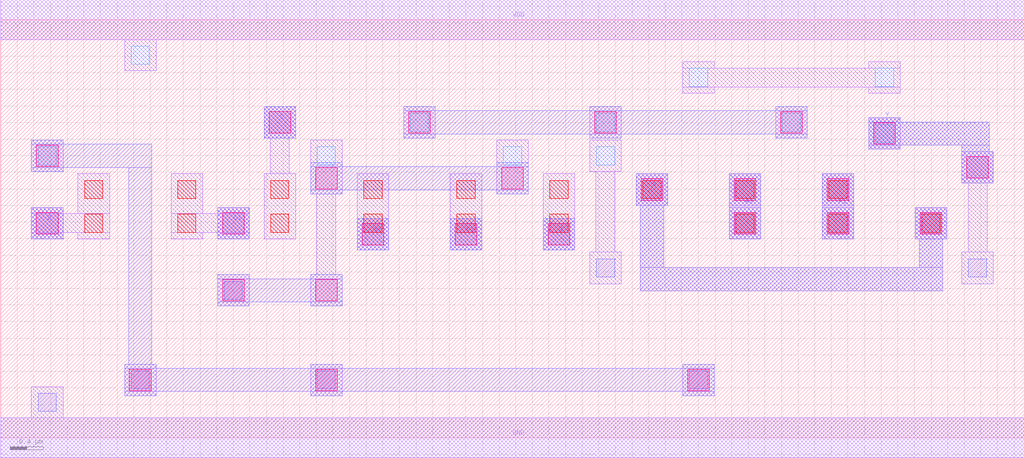
<source format=lef>
MACRO AAOAI3321
 CLASS CORE ;
 FOREIGN AAOAI3321 0 0 ;
 SIZE 12.32 BY 5.04 ;
 ORIGIN 0 0 ;
 SYMMETRY X Y R90 ;
 SITE unit ;
  PIN VDD
   DIRECTION INOUT ;
   USE POWER ;
   SHAPE ABUTMENT ;
    PORT
     CLASS CORE ;
       LAYER met1 ;
        RECT 0.00000000 4.80000000 12.32000000 5.28000000 ;
    END
  END VDD

  PIN GND
   DIRECTION INOUT ;
   USE POWER ;
   SHAPE ABUTMENT ;
    PORT
     CLASS CORE ;
       LAYER met1 ;
        RECT 0.00000000 -0.24000000 12.32000000 0.24000000 ;
    END
  END GND

  PIN Y
   DIRECTION INOUT ;
   USE SIGNAL ;
   SHAPE ABUTMENT ;
    PORT
     CLASS CORE ;
       LAYER met2 ;
        RECT 11.57000000 3.07200000 11.95000000 3.45200000 ;
        RECT 10.45000000 3.47700000 10.83000000 3.52700000 ;
        RECT 11.57000000 3.45200000 11.90000000 3.52700000 ;
        RECT 10.45000000 3.52700000 11.90000000 3.80700000 ;
        RECT 10.45000000 3.80700000 10.83000000 3.85700000 ;
    END
  END Y

  PIN B2
   DIRECTION INOUT ;
   USE SIGNAL ;
   SHAPE ABUTMENT ;
    PORT
     CLASS CORE ;
       LAYER met2 ;
        RECT 4.29000000 2.26200000 4.67000000 2.64200000 ;
    END
  END B2

  PIN A2
   DIRECTION INOUT ;
   USE SIGNAL ;
   SHAPE ABUTMENT ;
    PORT
     CLASS CORE ;
       LAYER met2 ;
        RECT 8.77000000 2.39700000 9.15000000 3.18200000 ;
    END
  END A2

  PIN B1
   DIRECTION INOUT ;
   USE SIGNAL ;
   SHAPE ABUTMENT ;
    PORT
     CLASS CORE ;
       LAYER met2 ;
        RECT 5.41000000 2.26200000 5.79000000 2.64200000 ;
    END
  END B1

  PIN B
   DIRECTION INOUT ;
   USE SIGNAL ;
   SHAPE ABUTMENT ;
    PORT
     CLASS CORE ;
       LAYER met2 ;
        RECT 6.53000000 2.26200000 6.91000000 2.64200000 ;
    END
  END B

  PIN C1
   DIRECTION INOUT ;
   USE SIGNAL ;
   SHAPE ABUTMENT ;
    PORT
     CLASS CORE ;
       LAYER met2 ;
        RECT 2.61000000 2.39700000 2.99000000 2.77700000 ;
    END
  END C1

  PIN C
   DIRECTION INOUT ;
   USE SIGNAL ;
   SHAPE ABUTMENT ;
    PORT
     CLASS CORE ;
       LAYER met2 ;
        RECT 3.17000000 3.61200000 3.55000000 3.99200000 ;
    END
  END C

  PIN A1
   DIRECTION INOUT ;
   USE SIGNAL ;
   SHAPE ABUTMENT ;
    PORT
     CLASS CORE ;
       LAYER met2 ;
        RECT 9.89000000 2.39700000 10.27000000 3.18200000 ;
    END
  END A1

  PIN A
   DIRECTION INOUT ;
   USE SIGNAL ;
   SHAPE ABUTMENT ;
    PORT
     CLASS CORE ;
       LAYER met2 ;
        RECT 7.70000000 1.77200000 11.34000000 2.05200000 ;
        RECT 11.06000000 2.05200000 11.34000000 2.39700000 ;
        RECT 11.01000000 2.39700000 11.39000000 2.77700000 ;
        RECT 7.70000000 2.05200000 7.98000000 2.80200000 ;
        RECT 7.65000000 2.80200000 8.03000000 3.18200000 ;
    END
  END A

  PIN D
   DIRECTION INOUT ;
   USE SIGNAL ;
   SHAPE ABUTMENT ;
    PORT
     CLASS CORE ;
       LAYER met2 ;
        RECT 0.37000000 2.39700000 0.75000000 2.77700000 ;
    END
  END D

 OBS
    LAYER polycont ;
     RECT 1.01000000 2.47700000 1.23000000 2.69700000 ;
     RECT 2.13000000 2.47700000 2.35000000 2.69700000 ;
     RECT 3.25000000 2.47700000 3.47000000 2.69700000 ;
     RECT 4.37000000 2.47700000 4.59000000 2.69700000 ;
     RECT 5.49000000 2.47700000 5.71000000 2.69700000 ;
     RECT 6.61000000 2.47700000 6.83000000 2.69700000 ;
     RECT 8.85000000 2.47700000 9.07000000 2.69700000 ;
     RECT 9.97000000 2.47700000 10.19000000 2.69700000 ;
     RECT 11.09000000 2.47700000 11.31000000 2.69700000 ;
     RECT 1.01000000 2.88200000 1.23000000 3.10200000 ;
     RECT 2.13000000 2.88200000 2.35000000 3.10200000 ;
     RECT 3.25000000 2.88200000 3.47000000 3.10200000 ;
     RECT 4.37000000 2.88200000 4.59000000 3.10200000 ;
     RECT 5.49000000 2.88200000 5.71000000 3.10200000 ;
     RECT 6.61000000 2.88200000 6.83000000 3.10200000 ;
     RECT 7.73000000 2.88200000 7.95000000 3.10200000 ;
     RECT 8.85000000 2.88200000 9.07000000 3.10200000 ;
     RECT 9.97000000 2.88200000 10.19000000 3.10200000 ;

    LAYER pdiffc ;
     RECT 0.45000000 3.28700000 0.67000000 3.50700000 ;
     RECT 3.81000000 3.28700000 4.03000000 3.50700000 ;
     RECT 6.05000000 3.28700000 6.27000000 3.50700000 ;
     RECT 7.17000000 3.28700000 7.39000000 3.50700000 ;
     RECT 10.53000000 3.55700000 10.75000000 3.77700000 ;
     RECT 4.93000000 3.69200000 5.15000000 3.91200000 ;
     RECT 7.17000000 3.69200000 7.39000000 3.91200000 ;
     RECT 9.41000000 3.69200000 9.63000000 3.91200000 ;
     RECT 8.29000000 4.23200000 8.51000000 4.45200000 ;
     RECT 10.53000000 4.23200000 10.75000000 4.45200000 ;
     RECT 1.57000000 4.50200000 1.79000000 4.72200000 ;

    LAYER ndiffc ;
     RECT 0.45000000 0.31700000 0.67000000 0.53700000 ;
     RECT 1.57000000 0.58700000 1.79000000 0.80700000 ;
     RECT 3.81000000 0.58700000 4.03000000 0.80700000 ;
     RECT 8.29000000 0.58700000 8.51000000 0.80700000 ;
     RECT 2.69000000 1.66700000 2.91000000 1.88700000 ;
     RECT 7.17000000 1.93700000 7.39000000 2.15700000 ;
     RECT 11.65000000 1.93700000 11.87000000 2.15700000 ;

    LAYER met1 ;
     RECT 0.00000000 -0.24000000 12.32000000 0.24000000 ;
     RECT 0.37000000 0.24000000 0.75000000 0.61700000 ;
     RECT 1.49000000 0.50700000 1.87000000 0.88700000 ;
     RECT 3.73000000 0.50700000 4.11000000 0.88700000 ;
     RECT 8.21000000 0.50700000 8.59000000 0.88700000 ;
     RECT 2.61000000 1.58700000 2.99000000 1.96700000 ;
     RECT 8.77000000 2.39700000 9.15000000 2.77700000 ;
     RECT 9.89000000 2.39700000 10.27000000 2.77700000 ;
     RECT 11.01000000 2.39700000 11.39000000 2.77700000 ;
     RECT 0.37000000 2.39700000 0.75000000 2.47200000 ;
     RECT 0.93000000 2.39700000 1.31000000 2.47200000 ;
     RECT 0.37000000 2.47200000 1.31000000 2.70200000 ;
     RECT 0.37000000 2.70200000 0.75000000 2.77700000 ;
     RECT 0.93000000 2.70200000 1.31000000 3.18200000 ;
     RECT 2.05000000 2.39700000 2.43000000 2.47200000 ;
     RECT 2.61000000 2.39700000 2.99000000 2.47200000 ;
     RECT 2.05000000 2.47200000 2.99000000 2.70200000 ;
     RECT 2.61000000 2.70200000 2.99000000 2.77700000 ;
     RECT 2.05000000 2.70200000 2.43000000 3.18200000 ;
     RECT 4.29000000 2.26200000 4.67000000 3.18200000 ;
     RECT 5.41000000 2.26200000 5.79000000 3.18200000 ;
     RECT 6.53000000 2.26200000 6.91000000 3.18200000 ;
     RECT 7.65000000 2.80200000 8.03000000 3.18200000 ;
     RECT 8.77000000 2.80200000 9.15000000 3.18200000 ;
     RECT 9.89000000 2.80200000 10.27000000 3.18200000 ;
     RECT 11.57000000 1.85700000 11.95000000 2.23700000 ;
     RECT 11.64500000 2.23700000 11.87500000 3.07200000 ;
     RECT 11.57000000 3.07200000 11.95000000 3.45200000 ;
     RECT 0.37000000 3.20700000 0.75000000 3.58700000 ;
     RECT 3.73000000 1.58700000 4.11000000 1.96700000 ;
     RECT 3.80500000 1.96700000 4.03500000 2.93700000 ;
     RECT 3.73000000 2.93700000 4.11000000 3.58700000 ;
     RECT 5.97000000 2.93700000 6.35000000 3.58700000 ;
     RECT 7.09000000 1.85700000 7.47000000 2.23700000 ;
     RECT 7.16500000 2.23700000 7.39500000 3.20700000 ;
     RECT 7.09000000 3.20700000 7.47000000 3.58700000 ;
     RECT 10.45000000 3.47700000 10.83000000 3.85700000 ;
     RECT 3.17000000 2.39700000 3.55000000 3.18200000 ;
     RECT 3.24500000 3.18200000 3.47500000 3.61200000 ;
     RECT 3.17000000 3.61200000 3.55000000 3.99200000 ;
     RECT 4.85000000 3.61200000 5.23000000 3.99200000 ;
     RECT 7.09000000 3.61200000 7.47000000 3.99200000 ;
     RECT 9.33000000 3.61200000 9.71000000 3.99200000 ;
     RECT 8.21000000 4.15200000 8.59000000 4.22700000 ;
     RECT 10.45000000 4.15200000 10.83000000 4.22700000 ;
     RECT 8.21000000 4.22700000 10.83000000 4.45700000 ;
     RECT 8.21000000 4.45700000 8.59000000 4.53200000 ;
     RECT 10.45000000 4.45700000 10.83000000 4.53200000 ;
     RECT 1.49000000 4.42200000 1.87000000 4.80000000 ;
     RECT 0.00000000 4.80000000 12.32000000 5.28000000 ;

    LAYER via1 ;
     RECT 1.55000000 0.56700000 1.81000000 0.82700000 ;
     RECT 3.79000000 0.56700000 4.05000000 0.82700000 ;
     RECT 8.27000000 0.56700000 8.53000000 0.82700000 ;
     RECT 2.67000000 1.64700000 2.93000000 1.90700000 ;
     RECT 3.79000000 1.64700000 4.05000000 1.90700000 ;
     RECT 4.35000000 2.32200000 4.61000000 2.58200000 ;
     RECT 5.47000000 2.32200000 5.73000000 2.58200000 ;
     RECT 6.59000000 2.32200000 6.85000000 2.58200000 ;
     RECT 0.43000000 2.45700000 0.69000000 2.71700000 ;
     RECT 2.67000000 2.45700000 2.93000000 2.71700000 ;
     RECT 8.83000000 2.45700000 9.09000000 2.71700000 ;
     RECT 9.95000000 2.45700000 10.21000000 2.71700000 ;
     RECT 11.07000000 2.45700000 11.33000000 2.71700000 ;
     RECT 7.71000000 2.86200000 7.97000000 3.12200000 ;
     RECT 8.83000000 2.86200000 9.09000000 3.12200000 ;
     RECT 9.95000000 2.86200000 10.21000000 3.12200000 ;
     RECT 3.79000000 2.99700000 4.05000000 3.25700000 ;
     RECT 6.03000000 2.99700000 6.29000000 3.25700000 ;
     RECT 11.63000000 3.13200000 11.89000000 3.39200000 ;
     RECT 0.43000000 3.26700000 0.69000000 3.52700000 ;
     RECT 10.51000000 3.53700000 10.77000000 3.79700000 ;
     RECT 3.23000000 3.67200000 3.49000000 3.93200000 ;
     RECT 4.91000000 3.67200000 5.17000000 3.93200000 ;
     RECT 7.15000000 3.67200000 7.41000000 3.93200000 ;
     RECT 9.39000000 3.67200000 9.65000000 3.93200000 ;

    LAYER met2 ;
     RECT 2.61000000 1.58700000 2.99000000 1.63700000 ;
     RECT 3.73000000 1.58700000 4.11000000 1.63700000 ;
     RECT 2.61000000 1.63700000 4.11000000 1.91700000 ;
     RECT 2.61000000 1.91700000 2.99000000 1.96700000 ;
     RECT 3.73000000 1.91700000 4.11000000 1.96700000 ;
     RECT 4.29000000 2.26200000 4.67000000 2.64200000 ;
     RECT 5.41000000 2.26200000 5.79000000 2.64200000 ;
     RECT 6.53000000 2.26200000 6.91000000 2.64200000 ;
     RECT 0.37000000 2.39700000 0.75000000 2.77700000 ;
     RECT 2.61000000 2.39700000 2.99000000 2.77700000 ;
     RECT 7.70000000 1.77200000 11.34000000 2.05200000 ;
     RECT 11.06000000 2.05200000 11.34000000 2.39700000 ;
     RECT 11.01000000 2.39700000 11.39000000 2.77700000 ;
     RECT 7.70000000 2.05200000 7.98000000 2.80200000 ;
     RECT 7.65000000 2.80200000 8.03000000 3.18200000 ;
     RECT 8.77000000 2.39700000 9.15000000 3.18200000 ;
     RECT 9.89000000 2.39700000 10.27000000 3.18200000 ;
     RECT 3.73000000 2.93700000 4.11000000 2.98700000 ;
     RECT 5.97000000 2.93700000 6.35000000 2.98700000 ;
     RECT 3.73000000 2.98700000 6.35000000 3.26700000 ;
     RECT 3.73000000 3.26700000 4.11000000 3.31700000 ;
     RECT 5.97000000 3.26700000 6.35000000 3.31700000 ;
     RECT 1.49000000 0.50700000 1.87000000 0.55700000 ;
     RECT 3.73000000 0.50700000 4.11000000 0.55700000 ;
     RECT 8.21000000 0.50700000 8.59000000 0.55700000 ;
     RECT 1.49000000 0.55700000 8.59000000 0.83700000 ;
     RECT 1.49000000 0.83700000 1.87000000 0.88700000 ;
     RECT 3.73000000 0.83700000 4.11000000 0.88700000 ;
     RECT 8.21000000 0.83700000 8.59000000 0.88700000 ;
     RECT 0.37000000 3.20700000 0.75000000 3.25700000 ;
     RECT 1.54000000 0.88700000 1.82000000 3.25700000 ;
     RECT 0.37000000 3.25700000 1.82000000 3.53700000 ;
     RECT 0.37000000 3.53700000 0.75000000 3.58700000 ;
     RECT 11.57000000 3.07200000 11.95000000 3.45200000 ;
     RECT 10.45000000 3.47700000 10.83000000 3.52700000 ;
     RECT 11.57000000 3.45200000 11.90000000 3.52700000 ;
     RECT 10.45000000 3.52700000 11.90000000 3.80700000 ;
     RECT 10.45000000 3.80700000 10.83000000 3.85700000 ;
     RECT 3.17000000 3.61200000 3.55000000 3.99200000 ;
     RECT 4.85000000 3.61200000 5.23000000 3.66200000 ;
     RECT 7.09000000 3.61200000 7.47000000 3.66200000 ;
     RECT 9.33000000 3.61200000 9.71000000 3.66200000 ;
     RECT 4.85000000 3.66200000 9.71000000 3.94200000 ;
     RECT 4.85000000 3.94200000 5.23000000 3.99200000 ;
     RECT 7.09000000 3.94200000 7.47000000 3.99200000 ;
     RECT 9.33000000 3.94200000 9.71000000 3.99200000 ;

 END
END AAOAI3321

</source>
